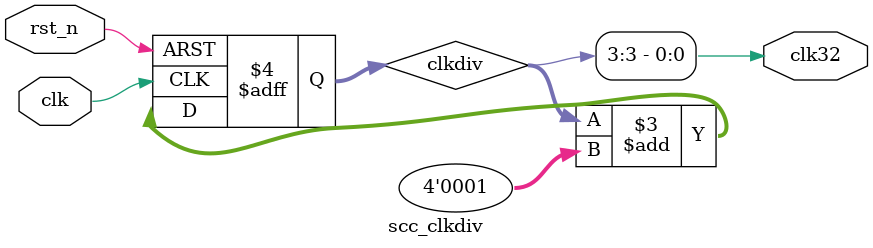
<source format=v>


module scc_clkdiv (
	clk,
	rst_n,
	clk32
);

input clk;
input rst_n;
output clk32;

reg [3:0]clkdiv;

assign clk32 = clkdiv[3];

always @(posedge clk or negedge rst_n)
begin
 if (rst_n == 1'b0)
  clkdiv <= 4'd0;
 else
  clkdiv <= clkdiv + 4'd1;
end

endmodule 

</source>
